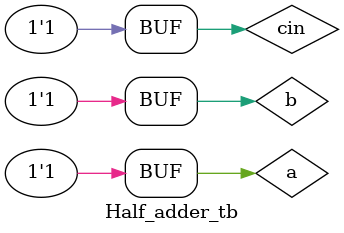
<source format=v>
module Half_adder (
  input a,
  input b,
  input cin,
  output reg sum,
  output reg carry
);

  always @(*) begin
    sum = a ^ b ^ cin;
    carry = (a & b) + cin & (a ^ b);;
  end
endmodule


//TestBench for Half adder
module Half_adder_tb;
  reg a;
  reg b;
  reg cin;
  wire sum;
  wire carry;

  Half_adder dut(a,b,cin,sum,carry);

  initial begin
    a = 0; b = 0;
    cin = 0;
    #10 a = 0; b = 1;
    #10 a = 1; b = 0;
    cin = 1;
    #10 a = 1; b = 1;
  end 
endmodule

</source>
